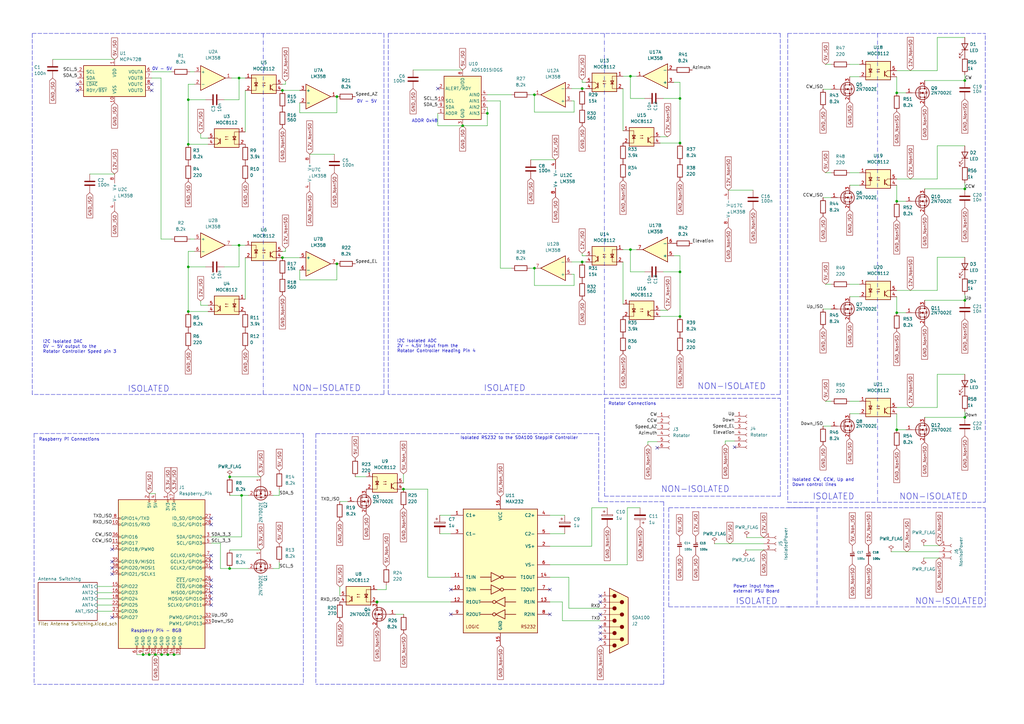
<source format=kicad_sch>
(kicad_sch (version 20211123) (generator eeschema)
  (paper "A3")
  (title_block (title "Remote HF Controller Board") (date "2022-07-16") (company "VK4MWL"))
  (junction (at 278.892 111.506))
  (junction (at 77.216 59.182))
  (junction (at 77.216 109.474))
  (junction (at 238.76 107.442))
  (junction (at 66.294 268.478))
  (junction (at 58.674 268.478))
  (junction (at 395.732 123.19))
  (junction (at 98.044 100.584))
  (junction (at 138.176 108.204))
  (junction (at 115.824 105.664))
  (junction (at 258.572 102.362))
  (junction (at 94.2086 195.58))
  (junction (at 219.202 109.982))
  (junction (at 278.892 40.386))
  (junction (at 115.824 37.084))
  (junction (at 189.738 51.562))
  (junction (at 165.481 200.6092))
  (junction (at 278.892 129.794))
  (junction (at 395.732 77.47))
  (junction (at 367.792 82.55))
  (junction (at 77.216 127.762))
  (junction (at 395.732 33.02))
  (junction (at 138.176 39.624))
  (junction (at 99.0854 203.2))
  (junction (at 68.834 268.478))
  (junction (at 367.792 38.1))
  (junction (at 61.214 268.478))
  (junction (at 199.898 46.482))
  (junction (at 278.892 58.674))
  (junction (at 77.216 40.894))
  (junction (at 238.76 36.322))
  (junction (at 258.572 31.242))
  (junction (at 71.374 268.478))
  (junction (at 367.792 128.27))
  (junction (at 94.1832 233.172))
  (junction (at 63.754 268.478))
  (junction (at 154.6352 246.888))
  (junction (at 154.6098 246.9134))
  (junction (at 395.732 171.196))
  (junction (at 219.202 38.862))
  (junction (at 98.044 32.004))
  (junction (at 367.792 176.276))
  (no_connect (at 179.578 36.322))
  (no_connect (at 246.2022 259.6642))
  (no_connect (at 246.2022 257.1242))
  (no_connect (at 246.2022 252.0442))
  (no_connect (at 246.2022 244.4242))
  (no_connect (at 246.2022 246.9642))
  (no_connect (at 45.974 253.238))
  (no_connect (at 45.974 225.298))
  (no_connect (at 86.614 230.378))
  (no_connect (at 86.614 215.138))
  (no_connect (at 86.614 227.838))
  (no_connect (at 86.614 212.598))
  (no_connect (at 86.614 232.918))
  (no_connect (at 86.614 240.538))
  (no_connect (at 86.614 243.078))
  (no_connect (at 86.614 237.998))
  (no_connect (at 86.614 248.158))
  (no_connect (at 86.614 245.618))
  (no_connect (at 269.5448 183.6674))
  (no_connect (at 62.23 37.084))
  (no_connect (at 62.23 34.544))
  (no_connect (at 31.75 37.084))
  (no_connect (at 31.75 34.544))
  (no_connect (at 246.2022 262.2042))
  (no_connect (at 301.2948 183.4134))
  (no_connect (at 184.912 241.808))
  (no_connect (at 184.912 251.968))
  (no_connect (at 45.974 235.458))
  (no_connect (at 45.974 230.378))
  (no_connect (at 45.974 232.918))
  (no_connect (at 225.552 241.808))
  (no_connect (at 225.552 251.968))
  (wire (pts (xy 348.488 116.586) (xy 352.552 116.586)))
  (polyline (pts (xy 320.0908 203.4794) (xy 320.0908 163.3474)))
  (wire (pts (xy 180.3908 211.328) (xy 184.912 211.328)))
  (wire (pts (xy 98.044 32.004) (xy 100.584 32.004)))
  (polyline (pts (xy 247.9548 203.4794) (xy 320.0908 203.4794)))
  (wire (pts (xy 348.488 164.592) (xy 352.552 164.592)))
  (wire (pts (xy 384.429 59.817) (xy 384.429 73.406)))
  (wire (pts (xy 99.0854 203.2) (xy 99.0854 220.218)))
  (wire (pts (xy 258.572 31.242) (xy 261.112 31.242)))
  (wire (pts (xy 238.76 104.902) (xy 238.76 103.886)))
  (wire (pts (xy 117.094 33.274) (xy 117.094 34.544)))
  (wire (pts (xy 165.481 200.6092) (xy 175.4124 200.6092)))
  (polyline (pts (xy 320.04 13.716) (xy 320.04 161.798)))
  (polyline (pts (xy 159.258 13.716) (xy 159.258 161.798)))
  (wire (pts (xy 338.582 116.586) (xy 340.868 116.586)))
  (wire (pts (xy 189.738 51.562) (xy 179.578 51.562)))
  (wire (pts (xy 205.232 109.982) (xy 209.804 109.982)))
  (wire (pts (xy 85.344 56.642) (xy 82.296 56.642)))
  (wire (pts (xy 122.936 110.744) (xy 122.936 114.808)))
  (polyline (pts (xy 124.4346 177.8) (xy 124.4346 280.6954)))
  (wire (pts (xy 98.044 40.894) (xy 98.044 32.004)))
  (wire (pts (xy 278.892 104.902) (xy 278.892 111.506)))
  (wire (pts (xy 21.59 24.384) (xy 46.99 24.384)))
  (wire (pts (xy 367.792 28.956) (xy 384.429 28.956)))
  (polyline (pts (xy 157.48 13.716) (xy 157.48 161.798)))
  (wire (pts (xy 235.458 112.522) (xy 235.458 117.094)))
  (wire (pts (xy 154.6352 246.888) (xy 184.912 246.888)))
  (wire (pts (xy 117.094 101.854) (xy 117.094 103.124)))
  (wire (pts (xy 79.756 103.124) (xy 77.216 103.124)))
  (wire (pts (xy 71.374 268.478) (xy 73.914 268.478)))
  (wire (pts (xy 39.878 243.078) (xy 45.974 243.078)))
  (wire (pts (xy 240.284 104.902) (xy 238.76 104.902)))
  (wire (pts (xy 242.697 208.28) (xy 242.697 224.028)))
  (wire (pts (xy 255.524 31.242) (xy 258.572 31.242)))
  (wire (pts (xy 138.176 39.624) (xy 138.176 46.228)))
  (wire (pts (xy 90.424 222.758) (xy 90.424 233.172)))
  (wire (pts (xy 230.6828 254.5842) (xy 246.2022 254.5842)))
  (polyline (pts (xy 335.1022 208.28) (xy 335.1022 248.92)) (stroke (width 0) (type dash_dot)))
  (wire (pts (xy 56.134 268.478) (xy 58.674 268.478)))
  (wire (pts (xy 255.524 102.362) (xy 258.572 102.362)))
  (wire (pts (xy 98.044 109.474) (xy 98.044 100.584)))
  (polyline (pts (xy 13.208 161.798) (xy 13.208 13.716)))
  (wire (pts (xy 36.83 71.374) (xy 46.99 71.374)))
  (wire (pts (xy 189.738 51.562) (xy 199.898 51.562)))
  (wire (pts (xy 238.76 107.442) (xy 240.284 107.442)))
  (wire (pts (xy 217.424 38.862) (xy 219.202 38.862)))
  (wire (pts (xy 205.232 41.402) (xy 205.232 109.982)))
  (wire (pts (xy 139.3952 240.665) (xy 139.3952 244.348)))
  (wire (pts (xy 86.614 222.758) (xy 90.424 222.758)))
  (wire (pts (xy 258.572 102.362) (xy 261.112 102.362)))
  (wire (pts (xy 395.732 105.537) (xy 384.429 105.537)))
  (wire (pts (xy 91.948 40.894) (xy 98.044 40.894)))
  (wire (pts (xy 233.3244 236.728) (xy 225.552 236.728)))
  (wire (pts (xy 154.6352 241.808) (xy 158.4452 241.808)))
  (wire (pts (xy 112.0394 203.2) (xy 114.554 203.2)))
  (wire (pts (xy 255.524 36.322) (xy 255.524 53.594)))
  (wire (pts (xy 85.344 125.222) (xy 82.296 125.222)))
  (polyline (pts (xy 129.5654 177.8254) (xy 129.5654 280.6192)))
  (wire (pts (xy 378.841 223.774) (xy 385.191 223.774)))
  (wire (pts (xy 298.704 77.978) (xy 308.864 77.978)))
  (wire (pts (xy 225.552 224.028) (xy 242.697 224.028)))
  (wire (pts (xy 264.414 111.506) (xy 258.572 111.506)))
  (wire (pts (xy 199.898 38.862) (xy 209.804 38.862)))
  (wire (pts (xy 100.584 37.084) (xy 100.584 54.102)))
  (wire (pts (xy 86.614 220.218) (xy 99.0854 220.218)))
  (wire (pts (xy 264.414 40.386) (xy 258.572 40.386)))
  (wire (pts (xy 379.222 77.47) (xy 395.732 77.47)))
  (wire (pts (xy 306.2478 220.472) (xy 313.2328 220.472)))
  (wire (pts (xy 367.792 176.276) (xy 371.602 176.276)))
  (wire (pts (xy 180.3908 218.948) (xy 184.912 218.948)))
  (wire (pts (xy 395.732 153.543) (xy 384.429 153.543)))
  (wire (pts (xy 115.824 34.544) (xy 117.094 34.544)))
  (wire (pts (xy 367.792 82.55) (xy 371.602 82.55)))
  (wire (pts (xy 94.996 32.004) (xy 98.044 32.004)))
  (wire (pts (xy 219.202 38.862) (xy 219.202 45.974)))
  (polyline (pts (xy 272.2118 280.6192) (xy 272.2118 205.7654)))
  (wire (pts (xy 269.5448 181.1274) (xy 265.7348 181.1274)))
  (polyline (pts (xy 323.088 205.994) (xy 404.114 205.994)) (stroke (width 0) (type dash)))
  (wire (pts (xy 77.216 34.544) (xy 77.216 40.894)))
  (wire (pts (xy 233.3244 249.5042) (xy 246.2022 249.5042)))
  (wire (pts (xy 258.572 111.506) (xy 258.572 102.362)))
  (wire (pts (xy 94.996 100.584) (xy 98.044 100.584)))
  (wire (pts (xy 270.764 58.674) (xy 278.892 58.674)))
  (wire (pts (xy 348.488 70.866) (xy 352.552 70.866)))
  (wire (pts (xy 179.578 51.562) (xy 179.578 46.482)))
  (wire (pts (xy 348.488 169.672) (xy 352.552 169.672)))
  (wire (pts (xy 77.216 109.474) (xy 84.328 109.474)))
  (wire (pts (xy 384.429 153.543) (xy 384.429 167.132)))
  (wire (pts (xy 276.352 104.902) (xy 278.892 104.902)))
  (wire (pts (xy 115.824 37.084) (xy 122.936 37.084)))
  (wire (pts (xy 379.222 171.196) (xy 395.732 171.196)))
  (wire (pts (xy 272.034 40.386) (xy 278.892 40.386)))
  (wire (pts (xy 58.674 268.478) (xy 61.214 268.478)))
  (wire (pts (xy 270.764 129.794) (xy 278.892 129.794)))
  (wire (pts (xy 293.0398 223.012) (xy 313.2328 223.012)))
  (wire (pts (xy 225.552 246.888) (xy 230.6828 246.888)))
  (wire (pts (xy 145.669 195.5292) (xy 150.241 195.5292)))
  (wire (pts (xy 94.2086 203.2) (xy 99.0854 203.2)))
  (wire (pts (xy 165.5572 251.968) (xy 162.2552 251.968)))
  (wire (pts (xy 77.216 109.474) (xy 77.216 127.762)))
  (wire (pts (xy 234.442 36.322) (xy 238.76 36.322)))
  (wire (pts (xy 127 63.246) (xy 137.16 63.246)))
  (polyline (pts (xy 274.32 248.92) (xy 324.612 248.92)))
  (wire (pts (xy 122.936 42.164) (xy 122.936 46.228)))
  (wire (pts (xy 367.792 31.496) (xy 367.792 38.1)))
  (wire (pts (xy 258.572 40.386) (xy 258.572 31.242)))
  (wire (pts (xy 66.294 268.478) (xy 68.834 268.478)))
  (wire (pts (xy 395.732 75.057) (xy 395.732 77.47)))
  (polyline (pts (xy 247.9548 163.3474) (xy 320.0908 163.3474)))
  (wire (pts (xy 337.566 174.752) (xy 340.868 174.752)))
  (wire (pts (xy 234.442 112.522) (xy 235.458 112.522)))
  (wire (pts (xy 395.732 15.367) (xy 384.429 15.367)))
  (wire (pts (xy 384.429 105.537) (xy 384.429 119.126)))
  (wire (pts (xy 230.6828 246.888) (xy 230.6828 254.5842)))
  (wire (pts (xy 225.552 231.648) (xy 257.302 231.648)))
  (polyline (pts (xy 272.2118 205.7654) (xy 245.5672 205.7654)))
  (wire (pts (xy 139.319 205.6892) (xy 142.621 205.6892)))
  (polyline (pts (xy 323.088 13.716) (xy 404.114 13.716)))
  (wire (pts (xy 270.764 56.134) (xy 273.812 56.134)))
  (polyline (pts (xy 247.904 13.716) (xy 247.904 161.798)) (stroke (width 0) (type dash_dot)))
  (wire (pts (xy 395.732 59.817) (xy 384.429 59.817)))
  (polyline (pts (xy 124.4346 280.6954) (xy 13.97 280.6954)))
  (wire (pts (xy 238.76 33.782) (xy 238.76 32.766)))
  (wire (pts (xy 61.214 202.438) (xy 63.754 202.438)))
  (wire (pts (xy 115.824 105.664) (xy 122.936 105.664)))
  (wire (pts (xy 337.566 36.576) (xy 340.868 36.576)))
  (wire (pts (xy 367.792 167.132) (xy 384.429 167.132)))
  (wire (pts (xy 115.824 103.124) (xy 117.094 103.124)))
  (wire (pts (xy 257.302 231.648) (xy 257.302 208.28)))
  (wire (pts (xy 122.936 46.228) (xy 138.176 46.228)))
  (wire (pts (xy 154.6098 246.888) (xy 154.6098 246.9134)))
  (wire (pts (xy 199.898 46.482) (xy 199.898 51.562)))
  (wire (pts (xy 276.352 33.782) (xy 278.892 33.782)))
  (wire (pts (xy 82.296 56.642) (xy 82.296 54.864)))
  (wire (pts (xy 66.04 98.044) (xy 70.358 98.044)))
  (polyline (pts (xy 245.5672 205.7654) (xy 245.5672 177.8254)))
  (wire (pts (xy 219.202 109.982) (xy 219.202 117.094)))
  (wire (pts (xy 138.176 108.204) (xy 138.176 114.808)))
  (wire (pts (xy 367.792 73.406) (xy 384.429 73.406)))
  (wire (pts (xy 367.792 121.666) (xy 367.792 128.27)))
  (wire (pts (xy 337.566 126.746) (xy 340.868 126.746)))
  (wire (pts (xy 77.216 103.124) (xy 77.216 109.474)))
  (polyline (pts (xy 404.114 205.994) (xy 404.114 13.716)))
  (wire (pts (xy 235.458 45.974) (xy 219.202 45.974)))
  (polyline (pts (xy 13.97 177.7746) (xy 13.97 280.6954)))
  (wire (pts (xy 305.8668 225.552) (xy 313.2328 225.552)))
  (wire (pts (xy 99.0854 203.2) (xy 101.8794 203.2)))
  (wire (pts (xy 348.488 121.666) (xy 352.552 121.666)))
  (wire (pts (xy 338.582 164.592) (xy 340.868 164.592)))
  (wire (pts (xy 235.458 41.402) (xy 235.458 45.974)))
  (wire (pts (xy 158.4452 241.808) (xy 158.4452 240.03)))
  (wire (pts (xy 338.582 26.416) (xy 340.868 26.416)))
  (polyline (pts (xy 245.5672 177.8254) (xy 129.5654 177.8254)))
  (wire (pts (xy 235.458 117.094) (xy 219.202 117.094)))
  (wire (pts (xy 77.216 127.762) (xy 85.344 127.762)))
  (wire (pts (xy 68.834 268.478) (xy 71.374 268.478)))
  (wire (pts (xy 114.5286 230.6574) (xy 114.5286 233.172)))
  (wire (pts (xy 199.898 41.402) (xy 205.232 41.402)))
  (wire (pts (xy 114.554 200.6854) (xy 114.554 203.2)))
  (wire (pts (xy 77.216 40.894) (xy 77.216 59.182)))
  (wire (pts (xy 39.878 245.618) (xy 45.974 245.618)))
  (wire (pts (xy 77.216 40.894) (xy 84.328 40.894)))
  (wire (pts (xy 175.4124 200.6092) (xy 175.4124 236.728)))
  (wire (pts (xy 238.76 36.322) (xy 240.284 36.322)))
  (wire (pts (xy 217.678 65.532) (xy 227.838 65.532)))
  (wire (pts (xy 367.792 119.126) (xy 384.429 119.126)))
  (wire (pts (xy 265.7348 181.1274) (xy 265.7348 182.3974)))
  (wire (pts (xy 225.552 218.948) (xy 231.648 218.948)))
  (wire (pts (xy 199.898 43.942) (xy 199.898 46.482)))
  (wire (pts (xy 257.302 208.28) (xy 262.509 208.28)))
  (wire (pts (xy 77.978 29.464) (xy 79.756 29.464)))
  (polyline (pts (xy 157.48 161.798) (xy 13.208 161.798)))
  (wire (pts (xy 384.429 15.367) (xy 384.429 28.956)))
  (wire (pts (xy 348.488 31.496) (xy 352.552 31.496)))
  (wire (pts (xy 61.214 268.478) (xy 63.754 268.478)))
  (wire (pts (xy 395.732 120.777) (xy 395.732 123.19)))
  (wire (pts (xy 379.222 123.19) (xy 395.732 123.19)))
  (wire (pts (xy 365.4806 226.314) (xy 385.191 226.314)))
  (polyline (pts (xy 272.2118 280.6192) (xy 129.5654 280.6192)))
  (wire (pts (xy 77.216 59.182) (xy 85.344 59.182)))
  (wire (pts (xy 217.424 109.982) (xy 219.202 109.982)))
  (wire (pts (xy 278.892 111.506) (xy 278.892 129.794)))
  (wire (pts (xy 249.047 208.28) (xy 242.697 208.28)))
  (wire (pts (xy 395.732 168.783) (xy 395.732 171.196)))
  (wire (pts (xy 233.3244 249.5042) (xy 233.3244 236.728)))
  (wire (pts (xy 234.442 107.442) (xy 238.76 107.442)))
  (wire (pts (xy 79.756 34.544) (xy 77.216 34.544)))
  (wire (pts (xy 39.878 240.538) (xy 45.974 240.538)))
  (wire (pts (xy 270.764 127.254) (xy 273.812 127.254)))
  (wire (pts (xy 90.424 233.172) (xy 94.1832 233.172)))
  (wire (pts (xy 66.04 32.004) (xy 66.04 98.044)))
  (polyline (pts (xy 323.088 248.92) (xy 404.114 248.92)))
  (polyline (pts (xy 323.088 13.716) (xy 323.088 205.994)))
  (wire (pts (xy 91.948 109.474) (xy 98.044 109.474)))
  (wire (pts (xy 63.754 268.478) (xy 66.294 268.478)))
  (wire (pts (xy 378.841 228.854) (xy 385.191 228.854)))
  (wire (pts (xy 112.014 233.172) (xy 114.5286 233.172)))
  (polyline (pts (xy 359.918 13.716) (xy 359.918 205.994)) (stroke (width 0) (type dash_dot)))
  (wire (pts (xy 278.892 33.782) (xy 278.892 40.386)))
  (wire (pts (xy 272.034 111.506) (xy 278.892 111.506)))
  (wire (pts (xy 94.2086 195.58) (xy 106.9594 195.58)))
  (wire (pts (xy 122.936 114.808) (xy 138.176 114.808)))
  (wire (pts (xy 165.481 194.3862) (xy 165.481 198.0692)))
  (wire (pts (xy 348.488 75.946) (xy 352.552 75.946)))
  (wire (pts (xy 39.878 250.698) (xy 45.974 250.698)))
  (wire (pts (xy 175.4124 236.728) (xy 184.912 236.728)))
  (polyline (pts (xy 247.9548 163.3474) (xy 247.9548 203.4794)))
  (wire (pts (xy 39.878 248.158) (xy 45.974 248.158)))
  (polyline (pts (xy 159.258 13.716) (xy 320.04 13.716)))
  (wire (pts (xy 94.1832 233.172) (xy 101.854 233.172)))
  (wire (pts (xy 240.284 33.782) (xy 238.76 33.782)))
  (polyline (pts (xy 320.04 161.798) (xy 159.258 161.798)))
  (wire (pts (xy 169.418 28.702) (xy 189.738 28.702)))
  (polyline (pts (xy 274.32 208.28) (xy 333.756 208.28)))
  (wire (pts (xy 255.524 107.442) (xy 255.524 124.714)))
  (wire (pts (xy 98.044 100.584) (xy 100.584 100.584)))
  (wire (pts (xy 82.296 125.222) (xy 82.296 123.444)))
  (wire (pts (xy 77.978 98.044) (xy 79.756 98.044)))
  (wire (pts (xy 348.488 26.416) (xy 352.552 26.416)))
  (wire (pts (xy 301.2948 180.8734) (xy 297.4848 180.8734)))
  (polyline (pts (xy 323.088 208.28) (xy 404.114 208.28)))
  (wire (pts (xy 62.23 32.004) (xy 66.04 32.004)))
  (wire (pts (xy 62.23 29.464) (xy 70.358 29.464)))
  (wire (pts (xy 395.732 30.607) (xy 395.732 33.02)))
  (wire (pts (xy 337.566 81.026) (xy 340.868 81.026)))
  (wire (pts (xy 100.584 105.664) (xy 100.584 122.682)))
  (wire (pts (xy 338.582 70.866) (xy 340.868 70.866)))
  (polyline (pts (xy 13.97 177.8) (xy 124.4346 177.8)))
  (wire (pts (xy 379.222 33.02) (xy 395.732 33.02)))
  (polyline (pts (xy 13.208 13.716) (xy 157.48 13.716)))
  (wire (pts (xy 94.1832 225.552) (xy 106.934 225.552)))
  (polyline (pts (xy 404.114 248.92) (xy 404.114 208.28)))
  (wire (pts (xy 367.792 75.946) (xy 367.792 82.55)))
  (wire (pts (xy 154.6098 246.888) (xy 154.6352 246.888)))
  (wire (pts (xy 367.792 38.1) (xy 371.602 38.1)))
  (wire (pts (xy 297.4848 180.8734) (xy 297.4848 182.1434)))
  (wire (pts (xy 278.892 40.386) (xy 278.892 58.674)))
  (wire (pts (xy 367.792 169.672) (xy 367.792 176.276)))
  (wire (pts (xy 367.792 128.27) (xy 371.602 128.27)))
  (wire (pts (xy 225.552 211.328) (xy 231.648 211.328)))
  (polyline (pts (xy 107.95 13.716) (xy 107.95 161.798)) (stroke (width 0) (type dash_dot)))
  (polyline (pts (xy 274.32 208.28) (xy 274.32 248.92)))
  (wire (pts (xy 234.442 41.402) (xy 235.458 41.402)))
  (image (at 224.536 321.564) (scale 0.667442))
  (text "ADDR 0x48" (at 179.578 50.419 180) (effects (font (size 1.27 1.27)) (justify right bottom)))
  (text "Isolated CW, CCW, Up and \nDown control lines" (at 324.866 199.644 0) (effects (font (size 1.27 1.27)) (justify left bottom)))
  (text "Isolated RS232 to the SDA100 SteppIR Controller" (at 188.7728 180.4162 0) (effects (font (size 1.27 1.27)) (justify left bottom)))
  (text "NON-ISOLATED" (at 368.808 205.232 0) (effects (font (size 2.5 2.5)) (justify left bottom)))
  (text "Raspberry Pi Connections" (at 15.9004 181.0512 0) (effects (font (size 1.27 1.27)) (justify left bottom)))
  (text "0V - 5V" (at 62.357 29.083 0) (effects (font (size 1.27 1.27)) (justify left bottom)))
  (text "NON-ISOLATED" (at 286.004 160.02 0) (effects (font (size 2.5 2.5)) (justify left bottom)))
  (text "ISOLATED" (at 333.248 205.232 0) (effects (font (size 2.5 2.5)) (justify left bottom)))
  (text "I2C Isolated ADC\n2V - 4.5V input from the \nRotator Controller Heading Pin 4" (at 162.814 144.78 0) (effects (font (size 1.27 1.27)) (justify left bottom)))
  (text "NON-ISOLATED" (at 271.0688 202.2094 0) (effects (font (size 2.5 2.5)) (justify left bottom)))
  (text "NON-ISOLATED" (at 375.285 248.158 0) (effects (font (size 2.5 2.5)) (justify left bottom)))
  (text "0V - 5V" (at 146.304 42.418 0) (effects (font (size 1.27 1.27)) (justify left bottom)))
  (text "Rotator Connections" (at 249.4788 166.3954 0) (effects (font (size 1.27 1.27)) (justify left bottom)))
  (text "Power input from \nexternal PSU Board" (at 300.6852 243.332 0) (effects (font (size 1.27 1.27)) (justify left bottom)))
  (text "ISOLATED" (at 301.7266 248.158 0) (effects (font (size 2.5 2.5)) (justify left bottom)))
  (text "NON-ISOLATED" (at 119.888 160.782 0) (effects (font (size 2.5 2.5)) (justify left bottom)))
  (text "ISOLATED" (at 52.324 161.036 0) (effects (font (size 2.5 2.5)) (justify left bottom)))
  (text "Raspberry Pi4 - 8GB" (at 53.594 259.588 0) (effects (font (size 1.27 1.27)) (justify left bottom)))
  (text "ISOLATED" (at 198.374 160.782 0) (effects (font (size 2.5 2.5)) (justify left bottom)))
  (text "I2C Isolated DAC\n0V - 5V output to the \nRotator Controller Speed pin 3" (at 17.526 145.034 0) (effects (font (size 1.27 1.27)) (justify left bottom)))
  (label "TXD_ISO" (at 45.974 212.598 180))
  (label "Down" (at 395.732 171.196 0))
  (label "TXD" (at 246.2022 254.5842 180))
  (label "CW_ISO" (at 337.566 36.576 180))
  (label "SDA_5" (at 31.75 32.004 180))
  (label "Speed_EL" (at 145.796 108.204 0))
  (label "CW_ISO" (at 45.974 220.218 180))
  (label "Up" (at 301.2948 170.7134 180))
  (label "SCL_3_3" (at 86.614 222.758 0))
  (label "SDA_5" (at 179.578 43.942 180))
  (label "Azimuth" (at 269.5448 178.5874 180))
  (label "CCW_ISO" (at 337.566 81.026 180))
  (label "TXD_ISO" (at 139.319 205.6892 180))
  (label "Down_ISO" (at 86.614 255.778 0))
  (label "Elevation" (at 301.2948 178.3334 180))
  (label "RXD_ISO" (at 139.3952 246.888 180))
  (label "SCL_5" (at 31.75 29.464 180))
  (label "Speed_AZ" (at 269.5448 176.0474 180))
  (label "Down" (at 301.2948 173.2534 180))
  (label "Speed_EL" (at 301.2948 175.7934 180))
  (label "Down_ISO" (at 337.566 174.752 180))
  (label "Up_ISO" (at 86.614 253.238 0))
  (label "Up_ISO" (at 337.566 126.746 180))
  (label "SDA_3_3" (at 86.614 220.218 0))
  (label "CCW" (at 269.5448 173.5074 180))
  (label "SDA_5" (at 114.554 203.2 0))
  (label "CCW" (at 395.732 77.47 0))
  (label "CW" (at 269.5448 170.9674 180))
  (label "Azimuth" (at 283.972 28.702 0))
  (label "CW" (at 395.732 32.893 0))
  (label "SCL_5" (at 114.5286 233.172 0))
  (label "CCW_ISO" (at 45.974 222.758 180))
  (label "Elevation" (at 283.972 99.822 0))
  (label "SCL_5" (at 179.578 41.402 180))
  (label "RXD" (at 246.2022 249.5042 180))
  (label "RXD_ISO" (at 45.974 215.138 180))
  (label "Up" (at 395.732 123.19 0))
  (label "Speed_AZ" (at 145.796 39.624 0))
  (global_label "5V_Non_ISO" (shape input) (at 349.5802 223.6978 90) (property "Intersheet References" "${INTERSHEET_REFS}" (effects hide)))
  (global_label "12V_NonISO" (shape input) (at 373.38 28.956 90) (property "Intersheet References" "${INTERSHEET_REFS}" (effects hide)))
  (global_label "GND_NonISO" (shape input) (at 395.732 85.09 270) (property "Intersheet References" "${INTERSHEET_REFS}" (effects hide)))
  (global_label "3.3V_ISO" (shape input) (at 68.834 202.438 90) (property "Intersheet References" "${INTERSHEET_REFS}" (effects hide)))
  (global_label "GND_NonISO" (shape input) (at 127 78.486 270) (property "Intersheet References" "${INTERSHEET_REFS}" (effects hide)))
  (global_label "GND_NonISO" (shape input) (at 255.524 73.914 270) (property "Intersheet References" "${INTERSHEET_REFS}" (effects hide)))
  (global_label "GND_NonISO" (shape input) (at 165.481 208.2292 270) (property "Intersheet References" "${INTERSHEET_REFS}" (effects hide)))
  (global_label "GND_NonISO" (shape input) (at 356.2096 231.3432 270) (property "Intersheet References" "${INTERSHEET_REFS}" (effects hide)))
  (global_label "GND_NonISO" (shape input) (at 246.2022 264.7442 270) (property "Intersheet References" "${INTERSHEET_REFS}" (effects hide)))
  (global_label "GND_ISO" (shape input) (at 337.566 44.196 270) (property "Intersheet References" "${INTERSHEET_REFS}" (effects hide)))
  (global_label "GND_NonISO" (shape input) (at 367.792 183.896 270) (property "Intersheet References" "${INTERSHEET_REFS}" (effects hide)))
  (global_label "GND_ISO" (shape input) (at 348.488 131.826 270) (property "Intersheet References" "${INTERSHEET_REFS}" (effects hide)))
  (global_label "12V_ISO" (shape input) (at 46.99 71.374 90) (property "Intersheet References" "${INTERSHEET_REFS}" (effects hide)))
  (global_label "GND_ISO" (shape input) (at 348.488 41.656 270) (property "Intersheet References" "${INTERSHEET_REFS}" (effects hide)))
  (global_label "GND_ISO" (shape input) (at 77.216 74.422 270) (property "Intersheet References" "${INTERSHEET_REFS}" (effects hide)))
  (global_label "GND_NonISO" (shape input) (at 205.232 264.668 270) (property "Intersheet References" "${INTERSHEET_REFS}" (effects hide)))
  (global_label "5V_ISO" (shape input) (at 338.582 70.866 90) (property "Intersheet References" "${INTERSHEET_REFS}" (effects hide)))
  (global_label "GND_ISO" (shape input) (at 63.754 268.478 270) (property "Intersheet References" "${INTERSHEET_REFS}" (effects hide)))
  (global_label "GND_ISO" (shape input) (at 100.584 143.002 270) (property "Intersheet References" "${INTERSHEET_REFS}" (effects hide)))
  (global_label "GND_NonISO" (shape input) (at 154.6352 257.048 270) (property "Intersheet References" "${INTERSHEET_REFS}" (effects hide)))
  (global_label "5V_Non_ISO" (shape input) (at 165.481 194.3862 90) (property "Intersheet References" "${INTERSHEET_REFS}" (effects hide)))
  (global_label "5V_ISO" (shape input) (at 338.582 26.416 90) (property "Intersheet References" "${INTERSHEET_REFS}" (effects hide)))
  (global_label "GND_NonISO" (shape input) (at 367.792 90.17 270) (property "Intersheet References" "${INTERSHEET_REFS}" (effects hide)))
  (global_label "12V_NonISO" (shape input) (at 298.704 77.978 90) (property "Intersheet References" "${INTERSHEET_REFS}" (effects hide)))
  (global_label "GND_ISO" (shape input) (at 46.99 42.164 270) (property "Intersheet References" "${INTERSHEET_REFS}" (effects hide)))
  (global_label "GND_ISO" (shape input) (at 217.678 73.152 270) (property "Intersheet References" "${INTERSHEET_REFS}" (effects hide)))
  (global_label "GND_NonISO" (shape input) (at 308.864 85.598 270) (property "Intersheet References" "${INTERSHEET_REFS}" (effects hide)))
  (global_label "GND_NonISO" (shape input) (at 265.7348 182.3974 270) (property "Intersheet References" "${INTERSHEET_REFS}" (effects hide)))
  (global_label "5V_ISO" (shape input) (at 278.7142 219.8878 90) (property "Intersheet References" "${INTERSHEET_REFS}" (effects hide)))
  (global_label "GND_ISO" (shape input) (at 46.99 86.614 270) (property "Intersheet References" "${INTERSHEET_REFS}" (effects hide)))
  (global_label "GND_NonISO" (shape input) (at 379.222 133.35 270) (property "Intersheet References" "${INTERSHEET_REFS}" (effects hide)))
  (global_label "5V_ISO" (shape input) (at 338.582 164.592 90) (property "Intersheet References" "${INTERSHEET_REFS}" (effects hide)))
  (global_label "GND_ISO" (shape input) (at 337.566 182.372 270) (property "Intersheet References" "${INTERSHEET_REFS}" (effects hide)))
  (global_label "GND_ISO" (shape input) (at 238.76 51.562 270) (property "Intersheet References" "${INTERSHEET_REFS}" (effects hide)))
  (global_label "12V_NonISO" (shape input) (at 273.812 127.254 90) (property "Intersheet References" "${INTERSHEET_REFS}" (effects hide)))
  (global_label "12V_NonISO" (shape input) (at 127 63.246 90) (property "Intersheet References" "${INTERSHEET_REFS}" (effects hide)))
  (global_label "GND_NonISO" (shape input) (at 115.824 120.904 270) (property "Intersheet References" "${INTERSHEET_REFS}" (effects hide)))
  (global_label "3.3V_ISO" (shape input) (at 106.9594 195.58 90) (property "Intersheet References" "${INTERSHEET_REFS}" (effects hide)))
  (global_label "GND_NonISO" (shape input) (at 165.5572 259.588 270) (property "Intersheet References" "${INTERSHEET_REFS}" (effects hide)))
  (global_label "GND_ISO" (shape input) (at 278.7142 227.5078 270) (property "Intersheet References" "${INTERSHEET_REFS}" (effects hide)))
  (global_label "12V_NonISO" (shape input) (at 356.2096 223.7232 90) (property "Intersheet References" "${INTERSHEET_REFS}" (effects hide)))
  (global_label "GND_NonISO" (shape input) (at 395.732 130.81 270) (property "Intersheet References" "${INTERSHEET_REFS}" (effects hide)))
  (global_label "12V_NonISO" (shape input) (at 373.38 167.132 90) (property "Intersheet References" "${INTERSHEET_REFS}" (effects hide)))
  (global_label "GND_ISO" (shape input) (at 337.566 88.646 270) (property "Intersheet References" "${INTERSHEET_REFS}" (effects hide)))
  (global_label "GND_ISO" (shape input) (at 238.76 122.682 270) (property "Intersheet References" "${INTERSHEET_REFS}" (effects hide)))
  (global_label "GND_ISO" (shape input) (at 150.241 210.7692 270) (property "Intersheet References" "${INTERSHEET_REFS}" (effects hide)))
  (global_label "GND_ISO" (shape input) (at 189.738 51.562 270) (property "Intersheet References" "${INTERSHEET_REFS}" (effects hide)))
  (global_label "GND_ISO" (shape input) (at 313.2328 225.552 270) (property "Intersheet References" "${INTERSHEET_REFS}" (effects hide)))
  (global_label "5V_Non_ISO" (shape input) (at 371.9576 226.314 90) (property "Intersheet References" "${INTERSHEET_REFS}" (effects hide)))
  (global_label "GND_ISO" (shape input) (at 139.3952 254.508 270) (property "Intersheet References" "${INTERSHEET_REFS}" (effects hide)))
  (global_label "12V_ISO" (shape input) (at 82.296 54.864 90) (property "Intersheet References" "${INTERSHEET_REFS}" (effects hide)))
  (global_label "GND_ISO" (shape input) (at 100.584 74.422 270) (property "Intersheet References" "${INTERSHEET_REFS}" (effects hide)))
  (global_label "GND_NonISO" (shape input) (at 379.222 43.18 270) (property "Intersheet References" "${INTERSHEET_REFS}" (effects hide)))
  (global_label "3.3V_ISO" (shape input) (at 106.934 225.552 90) (property "Intersheet References" "${INTERSHEET_REFS}" (effects hide)))
  (global_label "GND_ISO" (shape input) (at 169.418 36.322 270) (property "Intersheet References" "${INTERSHEET_REFS}" (effects hide)))
  (global_label "12V_ISO" (shape input) (at 313.2328 220.472 90) (property "Intersheet References" "${INTERSHEET_REFS}" (effects hide)))
  (global_label "GND_ISO" (shape input) (at 36.83 78.994 270) (property "Intersheet References" "${INTERSHEET_REFS}" (effects hide)))
  (global_label "GND_ISO" (shape input) (at 227.838 80.772 270) (property "Intersheet References" "${INTERSHEET_REFS}" (effects hide)))
  (global_label "GND_NonISO" (shape input) (at 385.191 228.854 270) (property "Intersheet References" "${INTERSHEET_REFS}" (effects hide)))
  (global_label "12V_NonISO" (shape input) (at 373.38 73.406 90) (property "Intersheet References" "${INTERSHEET_REFS}" (effects hide)))
  (global_label "5V_ISO" (shape input) (at 46.99 24.384 90) (property "Intersheet References" "${INTERSHEET_REFS}" (effects hide)))
  (global_label "12V_ISO" (shape input) (at 82.296 123.444 90) (property "Intersheet References" "${INTERSHEET_REFS}" (effects hide)))
  (global_label "12V_NonISO" (shape input) (at 117.094 33.274 90) (property "Intersheet References" "${INTERSHEET_REFS}" (effects hide)))
  (global_label "GND_NonISO" (shape input) (at 367.792 135.89 270) (property "Intersheet References" "${INTERSHEET_REFS}" (effects hide)))
  (global_label "GND_NonISO" (shape input) (at 278.892 145.034 270) (property "Intersheet References" "${INTERSHEET_REFS}" (effects hide)))
  (global_label "5V_ISO" (shape input) (at 338.582 116.586 90) (property "Intersheet References" "${INTERSHEET_REFS}" (effects hide)))
  (global_label "12V_NonISO" (shape input) (at 373.38 119.126 90) (property "Intersheet References" "${INTERSHEET_REFS}" (effects hide)))
  (global_label "5V_ISO" (shape input) (at 145.669 187.9092 90) (property "Intersheet References" "${INTERSHEET_REFS}" (effects hide)))
  (global_label "GND_NonISO" (shape input) (at 349.5802 231.3178 270) (property "Intersheet References" "${INTERSHEET_REFS}" (effects hide)))
  (global_label "5V_ISO" (shape input) (at 139.3952 240.665 90) (property "Intersheet References" "${INTERSHEET_REFS}" (effects hide)))
  (global_label "GND_ISO" (shape input) (at 337.566 134.366 270) (property "Intersheet References" "${INTERSHEET_REFS}" (effects hide)))
  (global_label "GND_NonISO" (shape input) (at 395.732 40.64 270) (property "Intersheet References" "${INTERSHEET_REFS}" (effects hide)))
  (global_label "12V_NonISO" (shape input) (at 385.191 223.774 90) (property "Intersheet References" "${INTERSHEET_REFS}" (effects hide)))
  (global_label "GND_NonISO" (shape input) (at 379.222 181.356 270) (property "Intersheet References" "${INTERSHEET_REFS}" (effects hide)))
  (global_label "5V_Non_ISO" (shape input) (at 158.4452 232.41 90) (property "Intersheet References" "${INTERSHEET_REFS}" (effects hide)))
  (global_label "12V_ISO" (shape input) (at 238.76 32.766 90) (property "Intersheet References" "${INTERSHEET_REFS}" (effects hide)))
  (global_label "GND_NonISO" (shape input) (at 298.704 93.218 270) (property "Intersheet References" "${INTERSHEET_REFS}" (effects hide)))
  (global_label "GND_NonISO" (shape input) (at 255.524 145.034 270) (property "Intersheet References" "${INTERSHEET_REFS}" (effects hide)))
  (global_label "GND_ISO" (shape input) (at 77.216 143.002 270) (property "Intersheet References" "${INTERSHEET_REFS}" (effects hide)))
  (global_label "5V_ISO" (shape input) (at 61.214 202.438 90) (property "Intersheet References" "${INTERSHEET_REFS}" (effects hide)))
  (global_label "GND_NonISO" (shape input) (at 115.824 52.324 270) (property "Intersheet References" "${INTERSHEET_REFS}" (effects hide)))
  (global_label "12V_ISO" (shape input) (at 238.76 103.886 90) (property "Intersheet References" "${INTERSHEET_REFS}" (effects hide)))
  (global_label "12V_NonISO" (shape input) (at 117.094 101.854 90) (property "Intersheet References" "${INTERSHEET_REFS}" (effects hide)))
  (global_label "GND_ISO" (shape input) (at 285.3436 227.5332 270) (property "Intersheet References" "${INTERSHEET_REFS}" (effects hide)))
  (global_label "GND_NonISO" (shape input) (at 262.509 215.9 270) (property "Intersheet References" "${INTERSHEET_REFS}" (effects hide)))
  (global_label "5V_ISO" (shape input) (at 114.5286 223.0374 90) (property "Intersheet References" "${INTERSHEET_REFS}" (effects hide)))
  (global_label "GND_NonISO" (shape input) (at 249.047 215.9 270) (property "Intersheet References" "${INTERSHEET_REFS}" (effects hide)))
  (global_label "5V_Non_ISO" (shape input) (at 205.232 203.708 90) (property "Intersheet References" "${INTERSHEET_REFS}" (effects hide)))
  (global_label "GND_ISO" (shape input) (at 348.488 179.832 270) (property "Intersheet References" "${INTERSHEET_REFS}" (effects hide)))
  (global_label "3.3V_ISO" (shape input) (at 71.374 202.438 90) (property "Intersheet References" "${INTERSHEET_REFS}" (effects hide)))
  (global_label "GND_ISO" (shape input) (at 348.488 86.106 270) (property "Intersheet References" "${INTERSHEET_REFS}" (effects hide)))
  (global_label "12V_ISO" (shape input) (at 285.3436 219.9132 90) (property "Intersheet References" "${INTERSHEET_REFS}" (effects hide)))
  (global_label "GND_NonISO" (shape input) (at 137.16 70.866 270) (property "Intersheet References" "${INTERSHEET_REFS}" (effects hide)))
  (global_label "GND_NonISO" (shape input) (at 367.792 45.72 270) (property "Intersheet References" "${INTERSHEET_REFS}" (effects hide)))
  (global_label "GND_NonISO" (shape input) (at 395.732 178.816 270) (property "Intersheet References" "${INTERSHEET_REFS}" (effects hide)))
  (global_label "GND_ISO" (shape input) (at 21.59 32.004 270) (property "Intersheet References" "${INTERSHEET_REFS}" (effects hide)))
  (global_label "5V_ISO" (shape input) (at 299.3898 223.012 90) (property "Intersheet References" "${INTERSHEET_REFS}" (effects hide)))
  (global_label "5V_ISO" (shape input) (at 114.554 193.0654 90) (property "Intersheet References" "${INTERSHEET_REFS}" (effects hide)))
  (global_label "GND_NonISO" (shape input) (at 278.892 73.914 270) (property "Intersheet References" "${INTERSHEET_REFS}" (effects hide)))
  (global_label "GND_ISO" (shape input) (at 139.319 213.3092 270) (property "Intersheet References" "${INTERSHEET_REFS}" (effects hide)))
  (global_label "GND_NonISO" (shape input) (at 297.4848 182.1434 270) (property "Intersheet References" "${INTERSHEET_REFS}" (effects hide)))
  (global_label "GND_NonISO" (shape input) (at 379.222 87.63 270) (property "Intersheet References" "${INTERSHEET_REFS}" (effects hide)))
  (global_label "12V_NonISO" (shape input) (at 273.812 56.134 90) (property "Intersheet References" "${INTERSHEET_REFS}" (effects hide)))
  (global_label "5V_ISO" (shape input) (at 189.738 28.702 90) (property "Intersheet References" "${INTERSHEET_REFS}" (effects hide)))
  (global_label "12V_ISO" (shape input) (at 227.838 65.532 90) (property "Intersheet References" "${INTERSHEET_REFS}" (effects hide)))
  (symbol (lib_id "Device:R") (at 344.678 26.416 90) (unit 1)
    (property "Reference" "R47" (at 344.678 19.685 90))
    (property "Value" "220" (at 344.678 22.225 90))
  )
  (symbol (lib_id "Device:R") (at 145.669 191.7192 180) (unit 1)
    (property "Reference" "R23" (at 148.209 190.4491 0) (effects (justify right)))
    (property "Value" "220" (at 148.209 192.9891 0) (effects (justify right)))
  )
  (symbol (lib_id "Amplifier_Operational:LM358") (at 268.732 102.362 180) (unit 2)
    (property "Reference" "U17" (at 268.732 92.456 0))
    (property "Value" "LM358" (at 268.732 94.996 0))
    (property "Datasheet" "http://www.ti.com/lit/ds/symlink/lm2904-n.pdf" (effects hide))
  )
  (symbol (lib_id "Device:C") (at 137.16 67.056 0) (unit 1)
    (property "Reference" "C5" (at 140.335 65.786 0) (effects (justify left)))
    (property "Value" "100n" (at 140.335 67.691 0) (effects (justify left)))
  )
  (symbol (lib_id "Device:R") (at 278.892 70.104 0) (mirror y) (unit 1)
    (property "Reference" "R38" (at 281.432 68.8339 0) (effects (justify right)))
    (property "Value" "220" (at 281.432 71.3739 0) (effects (justify right)))
  )
  (symbol (lib_id "Device:R") (at 100.584 131.572 0) (unit 1)
    (property "Reference" "R11" (at 102.489 130.3019 0) (effects (justify left)))
    (property "Value" "3.9k" (at 102.489 132.8419 0) (effects (justify left)))
  )
  (symbol (lib_id "Device:LED") (at 395.732 109.347 270) (mirror x) (unit 1)
    (property "Reference" "D3" (at 397.764 108.331 90) (effects (justify left)))
    (property "Value" "LED" (at 397.637 110.871 90) (effects (justify left)))
  )
  (symbol (lib_id "Device:R") (at 337.566 178.562 0) (unit 1)
    (property "Reference" "R46" (at 340.106 177.2919 0) (effects (justify left)))
    (property "Value" "8.2k" (at 340.106 179.8319 0) (effects (justify left)))
  )
  (symbol (lib_id "Device:R") (at 139.319 209.4992 0) (unit 1)
    (property "Reference" "R19" (at 141.859 208.2291 0) (effects (justify left)))
    (property "Value" "8.2k" (at 141.859 210.7691 0) (effects (justify left)))
  )
  (symbol (lib_id "Device:C") (at 395.732 36.83 0) (unit 1)
    (property "Reference" "C19" (at 398.907 35.56 0) (effects (justify left)))
    (property "Value" "10n" (at 398.907 37.465 0) (effects (justify left)))
  )
  (symbol (lib_id "Device:C") (at 308.864 81.788 0) (unit 1)
    (property "Reference" "C16" (at 312.039 80.518 0) (effects (justify left)))
    (property "Value" "100n" (at 312.039 82.423 0) (effects (justify left)))
  )
  (symbol (lib_id "Device:R") (at 115.824 109.474 0) (mirror y) (unit 1)
    (property "Reference" "R17" (at 117.729 108.204 0) (effects (justify right)))
    (property "Value" "15k" (at 117.729 110.109 0) (effects (justify right)))
  )
  (symbol (lib_id "power:PWR_FLAG") (at 378.841 228.854 180) (unit 1)
    (property "Reference" "#FLG06" (effects hide))
    (property "Value" "PWR_FLAG" (at 374.015 233.426 0) (effects (justify right)))
  )
  (symbol (lib_id "Analog_DAC:MCP4728") (at 46.99 32.004 0) (unit 1)
    (property "Reference" "U1" (at 49.0094 21.844 0) (effects (justify left)))
    (property "Value" "MCP4728" (at 49.0094 24.384 0) (effects (justify left)))
    (property "Footprint" "Package_SO:MSOP-10_3x3mm_P0.5mm" (effects hide))
    (property "Datasheet" "http://ww1.microchip.com/downloads/en/DeviceDoc/22187E.pdf" (effects hide))
  )
  (symbol (lib_id "Device:R") (at 367.792 41.91 0) (unit 1)
    (property "Reference" "R51" (at 370.332 40.6399 0) (effects (justify left)))
    (property "Value" "8.2k" (at 370.332 43.1799 0) (effects (justify left)))
  )
  (symbol (lib_id "Device:R") (at 238.76 40.132 0) (mirror y) (unit 1)
    (property "Reference" "R29" (at 241.3 38.8619 0) (effects (justify right)))
    (property "Value" "15k" (at 241.3 41.4019 0) (effects (justify right)))
  )
  (symbol (lib_id "Device:R") (at 395.732 26.797 0) (unit 1)
    (property "Reference" "R55" (at 396.748 25.527 0) (effects (justify left)))
    (property "Value" "1k" (at 396.748 28.067 0) (effects (justify left)))
  )
  (symbol (lib_id "Transistor_FET:2N7002E") (at 147.701 205.6892 0) (unit 1)
    (property "Reference" "Q3" (at 152.781 203.7842 0) (effects (justify left)))
    (property "Value" "2N7002E" (at 152.781 205.6892 0) (effects (justify left)))
    (property "Footprint" "Package_TO_SOT_SMD:SOT-23" (effects hide))
    (property "Datasheet" "http://www.diodes.com/assets/Datasheets/ds30376.pdf" (effects hide))
  )
  (symbol (lib_id "Device:R") (at 367.792 132.08 0) (unit 1)
    (property "Reference" "R53" (at 370.332 130.8099 0) (effects (justify left)))
    (property "Value" "8.2k" (at 370.332 133.3499 0) (effects (justify left)))
  )
  (symbol (lib_id "Transistor_FET:2N7002E") (at 376.682 128.27 0) (unit 1)
    (property "Reference" "Q11" (at 381.762 126.365 0) (effects (justify left)))
    (property "Value" "2N7002E" (at 381.762 128.27 0) (effects (justify left)))
    (property "Footprint" "Package_TO_SOT_SMD:SOT-23" (effects hide))
    (property "Datasheet" "http://www.diodes.com/assets/Datasheets/ds30376.pdf" (effects hide))
  )
  (symbol (lib_id "Device:LED") (at 395.732 157.353 270) (mirror x) (unit 1)
    (property "Reference" "D4" (at 397.764 156.337 90) (effects (justify left)))
    (property "Value" "LED" (at 397.637 158.877 90) (effects (justify left)))
  )
  (symbol (lib_id "Device:R") (at 238.76 111.252 0) (mirror y) (unit 1)
    (property "Reference" "R31" (at 241.3 109.9819 0) (effects (justify right)))
    (property "Value" "15k" (at 241.3 112.5219 0) (effects (justify right)))
  )
  (symbol (lib_id "Device:R") (at 94.2086 199.39 0) (unit 1)
    (property "Reference" "R8" (at 96.6216 198.1199 0) (effects (justify left)))
    (property "Value" "8.2k" (at 96.6216 200.6599 0) (effects (justify left)))
  )
  (symbol (lib_id "Device:R") (at 337.566 40.386 0) (unit 1)
    (property "Reference" "R43" (at 340.106 39.1159 0) (effects (justify left)))
    (property "Value" "8.2k" (at 340.106 41.6559 0) (effects (justify left)))
  )
  (symbol (lib_id "Amplifier_Operational:LM358") (at 225.298 73.152 180) (unit 3)
    (property "Reference" "U12" (at 229.616 71.8819 0) (effects (justify right)))
    (property "Value" "LM358" (at 229.616 74.4219 0) (effects (justify right)))
    (property "Datasheet" "http://www.ti.com/lit/ds/symlink/lm2904-n.pdf" (effects hide))
  )
  (symbol (lib_id "Device:R") (at 238.76 47.752 0) (mirror y) (unit 1)
    (property "Reference" "R30" (at 240.665 46.482 0) (effects (justify right)))
    (property "Value" "560" (at 240.665 48.387 0) (effects (justify right)))
  )
  (symbol (lib_id "Device:R") (at 395.732 116.967 0) (unit 1)
    (property "Reference" "R57" (at 396.748 115.697 0) (effects (justify left)))
    (property "Value" "1k" (at 396.748 118.237 0) (effects (justify left)))
  )
  (symbol (lib_id "Interface_UART:MAX232") (at 205.232 234.188 0) (unit 1)
    (property "Reference" "U11" (at 207.2514 203.2 0) (effects (justify left)))
    (property "Value" "MAX232" (at 207.2514 205.74 0) (effects (justify left)))
    (property "Datasheet" "http://www.ti.com/lit/ds/symlink/max232.pdf" (effects hide))
  )
  (symbol (lib_id "Device:R") (at 278.892 62.484 0) (mirror y) (unit 1)
    (property "Reference" "R37" (at 281.432 61.2139 0) (effects (justify right)))
    (property "Value" "8.2k" (at 281.432 63.7539 0) (effects (justify right)))
  )
  (symbol (lib_id "Device:C_Polarized") (at 262.509 212.09 180) (unit 1)
    (property "Reference" "C11" (at 266.065 211.7089 0) (effects (justify right)))
    (property "Value" "1u" (at 266.065 214.2489 0) (effects (justify right)))
  )
  (symbol (lib_id "Amplifier_Operational:LM358") (at 87.376 100.584 0) (unit 2)
    (property "Reference" "U2" (at 87.376 90.424 0))
    (property "Value" "LM358" (at 87.376 92.964 0))
    (property "Datasheet" "http://www.ti.com/lit/ds/symlink/lm2904-n.pdf" (effects hide))
  )
  (symbol (lib_id "LanaganV3:MOC8112") (at 263.144 127.254 0) (unit 1)
    (property "Reference" "U16" (at 263.144 118.364 0))
    (property "Value" "MOC8112" (at 263.144 120.904 0))
    (property "Footprint" "Package_DIP:DIP-6_W7.62mm" (effects hide))
    (property "Datasheet" "https://datasheetspdf.com/pdf-file/1220248/Vishay/MOC8112/1" (effects hide))
  )
  (symbol (lib_id "LanaganV3:MOC8112") (at 360.172 73.406 0) (unit 1)
    (property "Reference" "U19" (at 360.172 63.881 0))
    (property "Value" "MOC8112" (at 360.172 66.421 0))
    (property "Footprint" "Package_DIP:DIP-6_W7.62mm" (effects hide))
    (property "Datasheet" "https://datasheetspdf.com/pdf-file/1220248/Vishay/MOC8112/1" (effects hide))
  )
  (symbol (lib_id "Device:R") (at 165.481 204.4192 0) (unit 1)
    (property "Reference" "R25" (at 167.259 203.1491 0) (effects (justify left)))
    (property "Value" "220" (at 167.259 205.6891 0) (effects (justify left)))
  )
  (symbol (lib_id "Device:C_Polarized") (at 231.648 215.138 0) (unit 1)
    (property "Reference" "C9" (at 235.204 212.9789 0) (effects (justify left)))
    (property "Value" "1u" (at 235.204 215.5189 0) (effects (justify left)))
  )
  (symbol (lib_id "Device:R") (at 344.678 116.586 90) (unit 1)
    (property "Reference" "R49" (at 344.678 109.855 90))
    (property "Value" "220" (at 344.678 112.395 90))
  )
  (symbol (lib_id "Transistor_FET:2N7002E") (at 345.948 81.026 0) (unit 1)
    (property "Reference" "Q6" (at 351.028 79.121 0) (effects (justify left)))
    (property "Value" "2N7002E" (at 351.028 81.026 0) (effects (justify left)))
    (property "Footprint" "Package_TO_SOT_SMD:SOT-23" (effects hide))
    (property "Datasheet" "http://www.diodes.com/assets/Datasheets/ds30376.pdf" (effects hide))
  )
  (symbol (lib_id "LanaganV3:MOC8112") (at 247.904 33.782 0) (mirror y) (unit 1)
    (property "Reference" "U13" (at 247.904 24.892 0))
    (property "Value" "MOC8112" (at 247.904 27.432 0))
    (property "Footprint" "Package_DIP:DIP-6_W7.62mm" (effects hide))
    (property "Datasheet" "https://datasheetspdf.com/pdf-file/1220248/Vishay/MOC8112/1" (effects hide))
  )
  (symbol (lib_id "Device:R") (at 77.216 131.572 0) (unit 1)
    (property "Reference" "R5" (at 79.121 130.3019 0) (effects (justify left)))
    (property "Value" "8.2k" (at 79.121 132.8419 0) (effects (justify left)))
  )
  (symbol (lib_id "Device:R") (at 337.566 84.836 0) (unit 1)
    (property "Reference" "R44" (at 340.106 83.5659 0) (effects (justify left)))
    (property "Value" "8.2k" (at 340.106 86.1059 0) (effects (justify left)))
  )
  (symbol (lib_id "Device:R") (at 278.892 133.604 0) (mirror y) (unit 1)
    (property "Reference" "R39" (at 281.432 132.3339 0) (effects (justify right)))
    (property "Value" "8.2k" (at 281.432 134.8739 0) (effects (justify right)))
  )
  (symbol (lib_id "Transistor_FET:2N7002E") (at 345.948 126.746 0) (unit 1)
    (property "Reference" "Q7" (at 351.028 124.841 0) (effects (justify left)))
    (property "Value" "2N7002E" (at 351.028 126.746 0) (effects (justify left)))
    (property "Footprint" "Package_TO_SOT_SMD:SOT-23" (effects hide))
    (property "Datasheet" "http://www.diodes.com/assets/Datasheets/ds30376.pdf" (effects hide))
  )
  (symbol (lib_id "Device:R") (at 165.5572 255.778 0) (mirror y) (unit 1)
    (property "Reference" "R26" (at 163.0172 254.5079 0) (effects (justify left)))
    (property "Value" "8.2k" (at 163.0172 257.0479 0) (effects (justify left)))
  )
  (symbol (lib_id "Amplifier_Operational:LM358") (at 296.164 85.598 180) (unit 3)
    (property "Reference" "U17" (at 299.466 84.3279 0) (effects (justify right)))
    (property "Value" "LM358" (at 299.466 86.8679 0) (effects (justify right)))
    (property "Datasheet" "http://www.ti.com/lit/ds/symlink/lm2904-n.pdf" (effects hide))
  )
  (symbol (lib_id "power:PWR_FLAG") (at 305.8668 225.552 180) (unit 1)
    (property "Reference" "#FLG02" (effects hide))
    (property "Value" "PWR_FLAG" (at 300.1518 229.616 0) (effects (justify right)))
  )
  (symbol (lib_id "Device:R") (at 367.792 180.086 0) (unit 1)
    (property "Reference" "R54" (at 370.332 178.8159 0) (effects (justify left)))
    (property "Value" "8.2k" (at 370.332 181.3559 0) (effects (justify left)))
  )
  (symbol (lib_id "Device:R") (at 337.566 130.556 0) (unit 1)
    (property "Reference" "R45" (at 340.106 129.2859 0) (effects (justify left)))
    (property "Value" "8.2k" (at 340.106 131.8259 0) (effects (justify left)))
  )
  (symbol (lib_id "Device:C") (at 36.83 75.184 0) (unit 1)
    (property "Reference" "C2" (at 40.005 73.914 0) (effects (justify left)))
    (property "Value" "100n" (at 40.005 75.819 0) (effects (justify left)))
  )
  (symbol (lib_id "Device:R") (at 278.892 141.224 0) (mirror y) (unit 1)
    (property "Reference" "R40" (at 281.432 139.9539 0) (effects (justify right)))
    (property "Value" "220" (at 281.432 142.4939 0) (effects (justify right)))
  )
  (symbol (lib_id "Device:R") (at 255.524 141.224 0) (unit 1)
    (property "Reference" "R36" (at 257.429 139.9539 0) (effects (justify left)))
    (property "Value" "0" (at 257.429 142.4939 0) (effects (justify left)))
  )
  (symbol (lib_id "Device:R") (at 115.824 48.514 0) (mirror y) (unit 1)
    (property "Reference" "R16" (at 117.729 47.244 0) (effects (justify right)))
    (property "Value" "560" (at 117.729 49.149 0) (effects (justify right)))
  )
  (symbol (lib_id "Device:R") (at 115.824 40.894 0) (mirror y) (unit 1)
    (property "Reference" "R15" (at 117.729 39.624 0) (effects (justify right)))
    (property "Value" "15k" (at 117.729 41.529 0) (effects (justify right)))
  )
  (symbol (lib_id "Device:R") (at 100.584 62.992 0) (unit 1)
    (property "Reference" "R9" (at 102.489 61.7219 0) (effects (justify left)))
    (property "Value" "3.9k" (at 102.489 64.2619 0) (effects (justify left)))
  )
  (symbol (lib_id "Device:R") (at 367.792 86.36 0) (unit 1)
    (property "Reference" "R52" (at 370.332 85.0899 0) (effects (justify left)))
    (property "Value" "8.2k" (at 370.332 87.6299 0) (effects (justify left)))
  )
  (symbol (lib_id "lanagan:CP") (at 356.2096 227.5332 0) (unit 1)
    (property "Reference" "C18" (at 357.886 226.5807 0) (effects (font (size 0.8128 0.8128)) (justify left)))
    (property "Value" "100u" (at 357.886 229.1207 0) (effects (font (size 0.8128 0.8128)) (justify left)))
  )
  (symbol (lib_id "Device:R") (at 255.524 133.604 0) (mirror y) (unit 1)
    (property "Reference" "R35" (at 257.429 132.3339 0) (effects (justify right)))
    (property "Value" "3.9k" (at 257.429 134.8739 0) (effects (justify right)))
  )
  (symbol (lib_id "LanaganV3:MOC8112") (at 263.144 56.134 0) (unit 1)
    (property "Reference" "U15" (at 263.144 47.244 0))
    (property "Value" "MOC8112" (at 263.144 49.784 0))
    (property "Footprint" "Package_DIP:DIP-6_W7.62mm" (effects hide))
    (property "Datasheet" "https://datasheetspdf.com/pdf-file/1220248/Vishay/MOC8112/1" (effects hide))
  )
  (symbol (lib_id "Transistor_FET:2N7002E") (at 345.948 174.752 0) (unit 1)
    (property "Reference" "Q8" (at 351.028 172.847 0) (effects (justify left)))
    (property "Value" "2N7002E" (at 351.028 174.752 0) (effects (justify left)))
    (property "Footprint" "Package_TO_SOT_SMD:SOT-23" (effects hide))
    (property "Datasheet" "http://www.diodes.com/assets/Datasheets/ds30376.pdf" (effects hide))
  )
  (symbol (lib_id "Device:C") (at 395.732 127 0) (unit 1)
    (property "Reference" "C21" (at 398.907 125.73 0) (effects (justify left)))
    (property "Value" "10n" (at 398.907 127.635 0) (effects (justify left)))
  )
  (symbol (lib_id "lanagan:CP") (at 278.7142 223.6978 0) (unit 1)
    (property "Reference" "C14" (at 280.67 222.7453 0) (effects (font (size 0.8128 0.8128)) (justify left)))
    (property "Value" "100u" (at 280.67 225.2853 0) (effects (font (size 0.8128 0.8128)) (justify left)))
  )
  (symbol (lib_id "Device:C") (at 217.678 69.342 0) (unit 1)
    (property "Reference" "C8" (at 220.853 68.072 0) (effects (justify left)))
    (property "Value" "100n" (at 220.853 69.977 0) (effects (justify left)))
  )
  (symbol (lib_id "Device:R") (at 158.4452 236.22 180) (unit 1)
    (property "Reference" "R24" (at 161.1122 234.9499 0) (effects (justify right)))
    (property "Value" "220" (at 161.1122 237.4899 0) (effects (justify right)))
  )
  (symbol (lib_id "Transistor_FET:2N7002E") (at 376.682 176.276 0) (unit 1)
    (property "Reference" "Q12" (at 381.762 174.371 0) (effects (justify left)))
    (property "Value" "2N7002E" (at 381.762 176.276 0) (effects (justify left)))
    (property "Footprint" "Package_TO_SOT_SMD:SOT-23" (effects hide))
    (property "Datasheet" "http://www.diodes.com/assets/Datasheets/ds30376.pdf" (effects hide))
  )
  (symbol (lib_id "lanagan:CP") (at 349.5802 227.5078 0) (unit 1)
    (property "Reference" "C17" (at 351.536 226.5553 0) (effects (font (size 0.8128 0.8128)) (justify left)))
    (property "Value" "100u" (at 351.536 229.0953 0) (effects (font (size 0.8128 0.8128)) (justify left)))
  )
  (symbol (lib_id "LanaganV3:MOC8112") (at 360.172 28.956 0) (unit 1)
    (property "Reference" "U18" (at 360.172 19.431 0))
    (property "Value" "MOC8112" (at 360.172 21.971 0))
    (property "Footprint" "Package_DIP:DIP-6_W7.62mm" (effects hide))
    (property "Datasheet" "https://datasheetspdf.com/pdf-file/1220248/Vishay/MOC8112/1" (effects hide))
  )
  (symbol (lib_id "Transistor_FET:2N7002E") (at 376.682 38.1 0) (unit 1)
    (property "Reference" "Q9" (at 381.762 36.195 0) (effects (justify left)))
    (property "Value" "2N7002E" (at 381.762 38.1 0) (effects (justify left)))
    (property "Footprint" "Package_TO_SOT_SMD:SOT-23" (effects hide))
    (property "Datasheet" "http://www.diodes.com/assets/Datasheets/ds30376.pdf" (effects hide))
  )
  (symbol (lib_id "Transistor_FET:2N7002E") (at 106.9594 200.66 270) (unit 1)
    (property "Reference" "Q2" (at 108.8644 205.74 0) (effects (justify left)))
    (property "Value" "2N7002E" (at 106.9594 205.74 0) (effects (justify left)))
    (property "Footprint" "Package_TO_SOT_SMD:SOT-23" (effects hide))
    (property "Datasheet" "http://www.diodes.com/assets/Datasheets/ds30376.pdf" (effects hide))
  )
  (symbol (lib_id "Connector:Conn_01x03_Female") (at 390.271 226.314 0) (unit 1)
    (property "Reference" "J6" (at 392.2522 227.4316 90) (effects (justify left)))
    (property "Value" "NonIsoPower" (at 394.1318 232.4354 90) (effects (justify left)))
  )
  (symbol (lib_id "Device:R") (at 100.584 70.612 0) (unit 1)
    (property "Reference" "R10" (at 102.489 69.3419 0) (effects (justify left)))
    (property "Value" "0" (at 102.489 71.8819 0) (effects (justify left)))
  )
  (symbol (lib_id "LanaganV3:MOC8112") (at 108.204 103.124 0) (unit 1)
    (property "Reference" "U6" (at 108.204 94.234 0))
    (property "Value" "MOC8112" (at 108.204 96.774 0))
    (property "Footprint" "Package_DIP:DIP-6_W7.62mm" (effects hide))
    (property "Datasheet" "https://datasheetspdf.com/pdf-file/1220248/Vishay/MOC8112/1" (effects hide))
  )
  (symbol (lib_id "Amplifier_Operational:LM358") (at 129.54 70.866 0) (unit 3)
    (property "Reference" "U7" (at 127.635 69.5959 0) (effects (justify left)))
    (property "Value" "LM358" (at 127.635 72.1359 0) (effects (justify left)))
    (property "Datasheet" "http://www.ti.com/lit/ds/symlink/lm2904-n.pdf" (effects hide))
  )
  (symbol (lib_id "Device:R") (at 280.162 99.822 90) (mirror x) (unit 1)
    (property "Reference" "R42" (at 280.162 93.472 90))
    (property "Value" "8.2k" (at 280.162 96.012 90))
  )
  (symbol (lib_id "Device:R") (at 114.554 196.8754 0) (unit 1)
    (property "Reference" "R14" (at 116.967 195.6053 0) (effects (justify left)))
    (property "Value" "8.2k" (at 116.967 198.1453 0) (effects (justify left)))
  )
  (symbol (lib_id "Device:R") (at 114.5286 226.8474 0) (unit 1)
    (property "Reference" "R13" (at 116.9416 225.5773 0) (effects (justify left)))
    (property "Value" "8.2k" (at 116.9416 228.1173 0) (effects (justify left)))
  )
  (symbol (lib_id "LanaganV3:MOC8112") (at 360.172 167.132 0) (unit 1)
    (property "Reference" "U21" (at 360.172 157.607 0))
    (property "Value" "MOC8112" (at 360.172 160.147 0))
    (property "Footprint" "Package_DIP:DIP-6_W7.62mm" (effects hide))
    (property "Datasheet" "https://datasheetspdf.com/pdf-file/1220248/Vishay/MOC8112/1" (effects hide))
  )
  (symbol (lib_id "power:PWR_FLAG") (at 378.841 223.774 0) (unit 1)
    (property "Reference" "#FLG05" (effects hide))
    (property "Value" "PWR_FLAG" (at 378.841 218.44 0))
  )
  (symbol (lib_id "Device:R") (at 280.162 28.702 90) (mirror x) (unit 1)
    (property "Reference" "R41" (at 280.162 22.352 90))
    (property "Value" "8.2k" (at 280.162 24.892 90))
  )
  (symbol (lib_id "LanaganV3:MOC8112") (at 92.964 125.222 0) (mirror y) (unit 1)
    (property "Reference" "U4" (at 92.964 116.332 0))
    (property "Value" "MOC8112" (at 92.964 118.872 0))
    (property "Footprint" "Package_DIP:DIP-6_W7.62mm" (effects hide))
    (property "Datasheet" "https://datasheetspdf.com/pdf-file/1220248/Vishay/MOC8112/1" (effects hide))
  )
  (symbol (lib_id "Device:R") (at 74.168 29.464 90) (unit 1)
    (property "Reference" "R1" (at 74.168 22.86 90))
    (property "Value" "8.2k" (at 74.168 25.4 90))
  )
  (symbol (lib_id "Transistor_FET:2N7002E") (at 376.682 82.55 0) (unit 1)
    (property "Reference" "Q10" (at 381.762 80.645 0) (effects (justify left)))
    (property "Value" "2N7002E" (at 381.762 82.55 0) (effects (justify left)))
    (property "Footprint" "Package_TO_SOT_SMD:SOT-23" (effects hide))
    (property "Datasheet" "http://www.diodes.com/assets/Datasheets/ds30376.pdf" (effects hide))
  )
  (symbol (lib_id "power:PWR_FLAG") (at 306.2478 220.472 0) (unit 1)
    (property "Reference" "#FLG03" (effects hide))
    (property "Value" "PWR_FLAG" (at 311.0738 216.281 0) (effects (justify right)))
  )
  (symbol (lib_id "Device:LED") (at 395.732 19.177 270) (mirror x) (unit 1)
    (property "Reference" "D1" (at 397.764 18.161 90) (effects (justify left)))
    (property "Value" "LED" (at 397.637 20.701 90) (effects (justify left)))
  )
  (symbol (lib_id "Device:R") (at 77.216 70.612 0) (unit 1)
    (property "Reference" "R4" (at 79.121 69.3419 0) (effects (justify left)))
    (property "Value" "220" (at 79.121 71.8819 0) (effects (justify left)))
  )
  (symbol (lib_id "LanaganV3:MOC8112") (at 247.904 104.902 0) (mirror y) (unit 1)
    (property "Reference" "U14" (at 247.904 96.012 0))
    (property "Value" "MOC8112" (at 247.904 98.552 0))
    (property "Footprint" "Package_DIP:DIP-6_W7.62mm" (effects hide))
    (property "Datasheet" "https://datasheetspdf.com/pdf-file/1220248/Vishay/MOC8112/1" (effects hide))
  )
  (symbol (lib_id "Device:C_Polarized") (at 249.047 212.09 0) (unit 1)
    (property "Reference" "C10" (at 252.603 209.9309 0) (effects (justify left)))
    (property "Value" "1u" (at 252.603 212.4709 0) (effects (justify left)))
  )
  (symbol (lib_id "Device:LED") (at 395.732 63.627 270) (mirror x) (unit 1)
    (property "Reference" "D2" (at 397.764 62.611 90) (effects (justify left)))
    (property "Value" "LED" (at 397.637 65.151 90) (effects (justify left)))
  )
  (symbol (lib_id "Device:R") (at 213.614 38.862 90) (unit 1)
    (property "Reference" "R27" (at 213.614 32.258 90))
    (property "Value" "8.2k" (at 213.614 34.798 90))
  )
  (symbol (lib_id "Device:R") (at 255.524 62.484 0) (mirror y) (unit 1)
    (property "Reference" "R33" (at 257.429 61.2139 0) (effects (justify right)))
    (property "Value" "3.9k" (at 257.429 63.7539 0) (effects (justify right)))
  )
  (symbol (lib_id "Device:C") (at 21.59 28.194 0) (unit 1)
    (property "Reference" "C1" (at 13.97 27.559 0) (effects (justify left)))
    (property "Value" "100n" (at 13.97 30.099 0) (effects (justify left)))
  )
  (symbol (lib_id "Device:C") (at 268.224 111.506 270) (mirror x) (unit 1)
    (property "Reference" "C13" (at 268.859 116.586 0) (effects (justify left)))
    (property "Value" "10n" (at 266.319 116.586 0) (effects (justify left)))
  )
  (symbol (lib_id "Device:C") (at 268.224 40.386 270) (mirror x) (unit 1)
    (property "Reference" "C12" (at 268.859 45.466 0) (effects (justify left)))
    (property "Value" "10n" (at 266.319 45.466 0) (effects (justify left)))
  )
  (symbol (lib_id "Device:C") (at 169.418 32.512 0) (mirror y) (unit 1)
    (property "Reference" "C6" (at 166.243 31.242 0) (effects (justify left)))
    (property "Value" "100n" (at 166.243 33.147 0) (effects (justify left)))
  )
  (symbol (lib_id "Connector:Conn_01x03_Female") (at 318.3128 223.012 0) (unit 1)
    (property "Reference" "J5" (at 320.167 224.1804 90) (effects (justify left)))
    (property "Value" "IsolatedPower" (at 322.2752 229.7176 90) (effects (justify left)))
  )
  (symbol (lib_id "Device:R") (at 344.678 164.592 90) (unit 1)
    (property "Reference" "R50" (at 344.678 157.861 90))
    (property "Value" "220" (at 344.678 160.401 90))
  )
  (symbol (lib_id "Amplifier_Operational:LM358") (at 87.376 32.004 0) (unit 1)
    (property "Reference" "U2" (at 87.376 21.209 0))
    (property "Value" "LM358" (at 87.376 23.749 0))
    (property "Datasheet" "http://www.ti.com/lit/ds/symlink/lm2904-n.pdf" (effects hide))
  )
  (symbol (lib_id "Amplifier_Operational:LM358") (at 130.556 39.624 0) (unit 1)
    (property "Reference" "U7" (at 130.556 28.829 0))
    (property "Value" "LM358" (at 130.556 31.369 0))
    (property "Datasheet" "http://www.ti.com/lit/ds/symlink/lm2904-n.pdf" (effects hide))
  )
  (symbol (lib_id "Device:C") (at 88.138 109.474 90) (unit 1)
    (property "Reference" "C4" (at 87.503 114.554 0) (effects (justify left)))
    (property "Value" "10n" (at 90.043 114.554 0) (effects (justify left)))
  )
  (symbol (lib_id "Device:R") (at 74.168 98.044 90) (unit 1)
    (property "Reference" "R2" (at 74.168 91.44 90))
    (property "Value" "8.2k" (at 74.168 93.98 90))
  )
  (symbol (lib_id "Amplifier_Operational:LM358") (at 226.822 38.862 180) (unit 1)
    (property "Reference" "U12" (at 226.822 28.956 0))
    (property "Value" "LM358" (at 226.822 31.496 0))
    (property "Datasheet" "http://www.ti.com/lit/ds/symlink/lm2904-n.pdf" (effects hide))
  )
  (symbol (lib_id "Connector:Conn_01x06_Female") (at 274.6248 176.0474 0) (unit 1)
    (property "Reference" "J3" (at 275.8948 176.0473 0) (effects (justify left)))
    (property "Value" "Rotator" (at 275.8948 178.5873 0) (effects (justify left)))
  )
  (symbol (lib_id "Device:R") (at 77.216 139.192 0) (unit 1)
    (property "Reference" "R6" (at 79.121 137.9219 0) (effects (justify left)))
    (property "Value" "220" (at 79.121 140.4619 0) (effects (justify left)))
  )
  (symbol (lib_id "Device:R") (at 77.216 62.992 0) (unit 1)
    (property "Reference" "R3" (at 79.121 61.7219 0) (effects (justify left)))
    (property "Value" "8.2k" (at 79.121 64.2619 0) (effects (justify left)))
  )
  (symbol (lib_id "Device:R") (at 238.76 118.872 0) (mirror y) (unit 1)
    (property "Reference" "R32" (at 240.665 117.602 0) (effects (justify right)))
    (property "Value" "560" (at 240.665 119.507 0) (effects (justify right)))
  )
  (symbol (lib_id "Device:R") (at 100.584 139.192 0) (unit 1)
    (property "Reference" "R12" (at 102.489 137.9219 0) (effects (justify left)))
    (property "Value" "0" (at 102.489 140.4619 0) (effects (justify left)))
  )
  (symbol (lib_id "Device:R") (at 94.1832 229.362 0) (unit 1)
    (property "Reference" "R7" (at 96.5962 228.0919 0) (effects (justify left)))
    (property "Value" "8.2k" (at 96.5962 230.6319 0) (effects (justify left)))
  )
  (symbol (lib_id "LanaganV3:MOC8112") (at 157.861 198.0692 0) (unit 1)
    (property "Reference" "U9" (at 157.861 189.1792 0))
    (property "Value" "MOC8112" (at 157.861 191.7192 0))
    (property "Footprint" "Package_DIP:DIP-6_W7.62mm" (effects hide))
    (property "Datasheet" "https://datasheetspdf.com/pdf-file/1220248/Vishay/MOC8112/1" (effects hide))
  )
  (symbol (lib_id "Amplifier_Operational:LM358") (at 268.732 31.242 180) (unit 1)
    (property "Reference" "U17" (at 268.732 21.336 0))
    (property "Value" "LM358" (at 268.732 23.876 0))
    (property "Datasheet" "http://www.ti.com/lit/ds/symlink/lm2904-n.pdf" (effects hide))
  )
  (symbol (lib_id "Device:R") (at 141.986 108.204 90) (unit 1)
    (property "Reference" "R22" (at 141.986 101.6 90))
    (property "Value" "8.2k" (at 141.986 104.14 90))
  )
  (symbol (lib_id "Analog_ADC:ADS1015IDGS") (at 189.738 41.402 0) (mirror y) (unit 1)
    (property "Reference" "U10" (at 196.088 26.162 0) (effects (justify left)))
    (property "Value" "ADS1015IDGS" (at 206.248 28.702 0) (effects (justify left)))
    (property "Footprint" "Package_SO:TSSOP-10_3x3mm_P0.5mm" (effects hide))
    (property "Datasheet" "http://www.ti.com/lit/ds/symlink/ads1015.pdf" (effects hide))
  )
  (symbol (lib_id "Device:R") (at 141.986 39.624 90) (unit 1)
    (property "Reference" "R21" (at 141.986 33.02 90))
    (property "Value" "8.2k" (at 141.986 35.56 90))
  )
  (symbol (lib_id "Amplifier_Operational:LM358") (at 226.822 109.982 180) (unit 2)
    (property "Reference" "U12" (at 226.822 100.076 0))
    (property "Value" "LM358" (at 226.822 102.616 0))
    (property "Datasheet" "http://www.ti.com/lit/ds/symlink/lm2904-n.pdf" (effects hide))
  )
  (symbol (lib_id "power:PWR_FLAG") (at 293.0398 223.012 0) (unit 1)
    (property "Reference" "#FLG01" (effects hide))
    (property "Value" "PWR_FLAG" (at 297.8658 218.948 0) (effects (justify right)))
  )
  (symbol (lib_id "Device:R") (at 139.3952 250.698 0) (mirror y) (unit 1)
    (property "Reference" "R20" (at 134.1882 249.301 0) (effects (justify right)))
    (property "Value" "270" (at 134.3152 251.587 0) (effects (justify right)))
  )
  (symbol (lib_id "Device:R") (at 255.524 70.104 0) (unit 1)
    (property "Reference" "R34" (at 257.429 68.8339 0) (effects (justify left)))
    (property "Value" "0" (at 257.429 71.3739 0) (effects (justify left)))
  )
  (symbol (lib_id "Device:R") (at 395.732 164.973 0) (unit 1)
    (property "Reference" "R58" (at 396.748 163.703 0) (effects (justify left)))
    (property "Value" "1k" (at 396.748 166.243 0) (effects (justify left)))
  )
  (symbol (lib_id "power:PWR_FLAG") (at 94.2086 195.58 0) (unit 1)
    (property "Reference" "#FLG0101" (effects hide))
    (property "Value" "PWR_FLAG" (at 99.0346 191.389 0) (effects (justify right)))
  )
  (symbol (lib_id "Device:R") (at 395.732 71.247 0) (unit 1)
    (property "Reference" "R56" (at 396.748 69.977 0) (effects (justify left)))
    (property "Value" "1k" (at 396.748 72.517 0) (effects (justify left)))
  )
  (symbol (lib_id "Amplifier_Operational:LM358") (at 130.556 108.204 0) (unit 2)
    (property "Reference" "U7" (at 130.556 98.044 0))
    (property "Value" "LM358" (at 130.556 100.584 0))
    (property "Datasheet" "http://www.ti.com/lit/ds/symlink/lm2904-n.pdf" (effects hide))
  )
  (symbol (lib_id "Device:C") (at 88.138 40.894 90) (unit 1)
    (property "Reference" "C3" (at 87.503 45.974 0) (effects (justify left)))
    (property "Value" "10n" (at 90.043 45.974 0) (effects (justify left)))
  )
  (symbol (lib_id "Device:C") (at 395.732 81.28 0) (unit 1)
    (property "Reference" "C20" (at 398.907 80.01 0) (effects (justify left)))
    (property "Value" "10n" (at 398.907 81.915 0) (effects (justify left)))
  )
  (symbol (lib_id "Device:R") (at 213.614 109.982 90) (unit 1)
    (property "Reference" "R28" (at 213.614 103.378 90))
    (property "Value" "8.2k" (at 213.614 105.918 90))
  )
  (symbol (lib_id "power:PWR_FLAG") (at 365.4806 226.314 0) (unit 1)
    (property "Reference" "#FLG04" (effects hide))
    (property "Value" "PWR_FLAG" (at 365.4806 220.98 0))
  )
  (symbol (lib_id "Transistor_FET:2N7002E") (at 345.948 36.576 0) (unit 1)
    (property "Reference" "Q5" (at 351.028 34.671 0) (effects (justify left)))
    (property "Value" "2N7002E" (at 351.028 36.576 0) (effects (justify left)))
    (property "Footprint" "Package_TO_SOT_SMD:SOT-23" (effects hide))
    (property "Datasheet" "http://www.diodes.com/assets/Datasheets/ds30376.pdf" (effects hide))
  )
  (symbol (lib_id "Connector:Raspberry_Pi_2_3") (at 66.294 235.458 0) (unit 1)
    (property "Reference" "J1" (at 73.3934 199.898 0) (effects (justify left)))
    (property "Value" "Raspberry_Pi4" (at 73.3934 202.438 0) (effects (justify left)))
    (property "Datasheet" "https://www.raspberrypi.org/documentation/hardware/raspberrypi/schematics/rpi_SCH_3bplus_1p0_reduced.pdf" (effects hide))
  )
  (symbol (lib_id "Device:R") (at 115.824 117.094 0) (mirror y) (unit 1)
    (property "Reference" "R18" (at 117.729 115.824 0) (effects (justify right)))
    (property "Value" "560" (at 117.729 117.729 0) (effects (justify right)))
  )
  (symbol (lib_id "Amplifier_Operational:LM358") (at 49.53 78.994 0) (unit 3)
    (property "Reference" "U2" (at 48.26 77.7239 0) (effects (justify left)))
    (property "Value" "LM358" (at 48.26 80.2639 0) (effects (justify left)))
    (property "Datasheet" "http://www.ti.com/lit/ds/symlink/lm2904-n.pdf" (effects hide))
  )
  (symbol (lib_id "Device:C_Polarized") (at 180.3908 215.138 0) (unit 1)
    (property "Reference" "C7" (at 183.9468 212.9789 0) (effects (justify left)))
    (property "Value" "1u" (at 183.9468 215.5189 0) (effects (justify left)))
  )
  (symbol (lib_id "Device:C") (at 395.732 175.006 0) (unit 1)
    (property "Reference" "C22" (at 398.907 173.736 0) (effects (justify left)))
    (property "Value" "10n" (at 398.907 175.641 0) (effects (justify left)))
  )
  (symbol (lib_id "Transistor_FET:2N7002E") (at 157.1752 251.968 0) (mirror y) (unit 1)
    (property "Reference" "Q4" (at 152.0952 250.063 0) (effects (justify left)))
    (property "Value" "2N7002E" (at 152.0952 251.968 0) (effects (justify left)))
    (property "Footprint" "Package_TO_SOT_SMD:SOT-23" (effects hide))
    (property "Datasheet" "http://www.diodes.com/assets/Datasheets/ds30376.pdf" (effects hide))
  )
  (symbol (lib_id "LanaganV3:MOC8112") (at 360.172 119.126 0) (unit 1)
    (property "Reference" "U20" (at 360.172 109.601 0))
    (property "Value" "MOC8112" (at 360.172 112.141 0))
    (property "Footprint" "Package_DIP:DIP-6_W7.62mm" (effects hide))
    (property "Datasheet" "https://datasheetspdf.com/pdf-file/1220248/Vishay/MOC8112/1" (effects hide))
  )
  (symbol (lib_id "Device:R") (at 344.678 70.866 90) (unit 1)
    (property "Reference" "R48" (at 344.678 64.135 90))
    (property "Value" "220" (at 344.678 66.675 90))
  )
  (symbol (lib_id "LanaganV3:MOC8112") (at 92.964 56.642 0) (mirror y) (unit 1)
    (property "Reference" "U3" (at 92.964 47.752 0))
    (property "Value" "MOC8112" (at 92.964 50.292 0))
    (property "Footprint" "Package_DIP:DIP-6_W7.62mm" (effects hide))
    (property "Datasheet" "https://datasheetspdf.com/pdf-file/1220248/Vishay/MOC8112/1" (effects hide))
  )
  (symbol (lib_id "LanaganV3:MOC8112") (at 108.204 34.544 0) (unit 1)
    (property "Reference" "U5" (at 108.204 25.654 0))
    (property "Value" "MOC8112" (at 108.204 28.194 0))
    (property "Footprint" "Package_DIP:DIP-6_W7.62mm" (effects hide))
    (property "Datasheet" "https://datasheetspdf.com/pdf-file/1220248/Vishay/MOC8112/1" (effects hide))
  )
  (symbol (lib_id "Connector:DB9_Male") (at 253.8222 254.5842 0) (mirror x) (unit 1)
    (property "Reference" "J2" (at 259.1562 255.8543 0) (effects (justify left)))
    (property "Value" "SDA100" (at 259.1562 253.3143 0) (effects (justify left)))
    (property "Datasheet" " ~" (effects hide))
  )
  (symbol (lib_id "Transistor_FET:2N7002E") (at 106.934 230.632 270) (unit 1)
    (property "Reference" "Q1" (at 108.839 235.712 0) (effects (justify left)))
    (property "Value" "2N7002E" (at 106.934 235.712 0) (effects (justify left)))
    (property "Footprint" "Package_TO_SOT_SMD:SOT-23" (effects hide))
    (property "Datasheet" "http://www.diodes.com/assets/Datasheets/ds30376.pdf" (effects hide))
  )
  (symbol (lib_id "LanaganV3:MOC8112") (at 147.0152 244.348 0) (mirror y) (unit 1)
    (property "Reference" "U8" (at 147.0152 235.458 0))
    (property "Value" "MOC8112" (at 147.0152 237.998 0))
    (property "Footprint" "Package_DIP:DIP-6_W7.62mm" (effects hide))
    (property "Datasheet" "https://datasheetspdf.com/pdf-file/1220248/Vishay/MOC8112/1" (effects hide))
  )
  (symbol (lib_id "lanagan:CP") (at 285.3436 223.7232 0) (unit 1)
    (property "Reference" "C15" (at 287.02 222.7707 0) (effects (font (size 0.8128 0.8128)) (justify left)))
    (property "Value" "100u" (at 287.02 225.3107 0) (effects (font (size 0.8128 0.8128)) (justify left)))
  )
  (symbol (lib_id "Connector:Conn_01x06_Female") (at 306.3748 175.7934 0) (unit 1)
    (property "Reference" "J4" (at 307.6448 175.7933 0) (effects (justify left)))
    (property "Value" "Rotator" (at 307.6448 178.3333 0) (effects (justify left)))
  )
  (sheet (at 15.621 238.887) (size 24.257 15.621) (stroke (width 0.1524))
    (property "Sheet name" "Antenna Switching" (at 15.621 238.1754 0) (effects (justify left bottom)))
    (property "Sheet file" "Antenna Switching.kicad_sch" (at 15.621 255.0926 0) (effects (justify left top)))
    (pin "ANT2" input (at 39.878 243.078 0))
    (pin "ANT1" input (at 39.878 240.538 0))
    (pin "ANT3" input (at 39.878 245.618 0))
    (pin "ANT_ISO" input (at 39.878 250.698 0))
    (pin "ANT4" input (at 39.878 248.158 0))
  )
)
</source>
